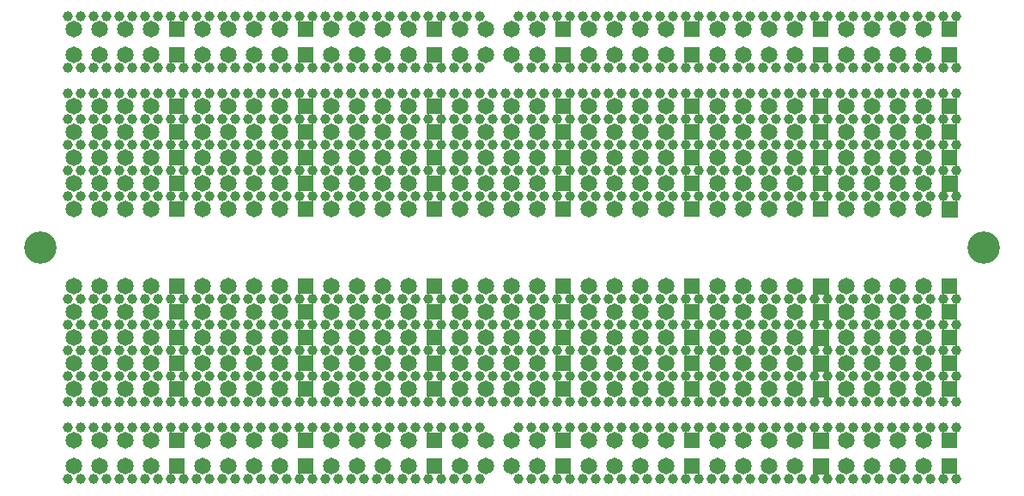
<source format=gts>
%FSLAX34Y34*%
G04 Gerber Fmt 3.4, Leading zero omitted, Abs format*
G04 (created by PCBNEW (2014-06-11 BZR 4938)-product) date Thu 12 Jun 2014 09:05:45 AM CEST*
%MOIN*%
G01*
G70*
G90*
G04 APERTURE LIST*
%ADD10C,0.005906*%
%ADD11C,0.039370*%
%ADD12C,0.064961*%
%ADD13R,0.064961X0.064961*%
%ADD14C,0.125984*%
G04 APERTURE END LIST*
G54D10*
G54D11*
X26500Y-44000D03*
X28000Y-44000D03*
X28500Y-44000D03*
X29000Y-44000D03*
X29500Y-44000D03*
X30000Y-44000D03*
X26500Y-42000D03*
X28000Y-42000D03*
X28500Y-42000D03*
X29000Y-42000D03*
X29500Y-42000D03*
X30000Y-42000D03*
X26500Y-28000D03*
X28000Y-28000D03*
X28500Y-28000D03*
X29000Y-28000D03*
X29500Y-28000D03*
X30000Y-28000D03*
X26500Y-26000D03*
X28000Y-26000D03*
X28500Y-26000D03*
X29000Y-26000D03*
X29500Y-26000D03*
X30000Y-26000D03*
G54D12*
X10750Y-33500D03*
X11750Y-33500D03*
X12750Y-33500D03*
X13750Y-33500D03*
G54D13*
X14750Y-33500D03*
G54D12*
X15750Y-33500D03*
X16750Y-33500D03*
X17750Y-33500D03*
G54D14*
X46062Y-35000D03*
X9448Y-35000D03*
G54D11*
X26500Y-32000D03*
X27000Y-32000D03*
X27500Y-32000D03*
X28000Y-32000D03*
X28500Y-32000D03*
X29000Y-32000D03*
X29500Y-32000D03*
X30000Y-32000D03*
G54D13*
X34750Y-38500D03*
G54D12*
X35750Y-38500D03*
X36750Y-38500D03*
X37750Y-38500D03*
X38750Y-38500D03*
G54D10*
G36*
X39425Y-38824D02*
X39425Y-38175D01*
X40074Y-38175D01*
X40074Y-38824D01*
X39425Y-38824D01*
X39425Y-38824D01*
G37*
G54D12*
X40750Y-38500D03*
X41750Y-38500D03*
X26750Y-38500D03*
X27750Y-38500D03*
X28750Y-38500D03*
G54D13*
X29750Y-38500D03*
G54D12*
X30750Y-38500D03*
X31750Y-38500D03*
X32750Y-38500D03*
X33750Y-38500D03*
X10750Y-40500D03*
X11750Y-40500D03*
X12750Y-40500D03*
X13750Y-40500D03*
G54D13*
X14750Y-40500D03*
G54D12*
X15750Y-40500D03*
X16750Y-40500D03*
X17750Y-40500D03*
G54D13*
X34750Y-31500D03*
G54D12*
X35750Y-31500D03*
X36750Y-31500D03*
X37750Y-31500D03*
X38750Y-31500D03*
G54D13*
X39750Y-31500D03*
G54D12*
X40750Y-31500D03*
X41750Y-31500D03*
X26750Y-30500D03*
X27750Y-30500D03*
X28750Y-30500D03*
G54D13*
X29750Y-30500D03*
G54D12*
X30750Y-30500D03*
X31750Y-30500D03*
X32750Y-30500D03*
X33750Y-30500D03*
X18750Y-30500D03*
G54D13*
X19750Y-30500D03*
G54D12*
X20750Y-30500D03*
X21750Y-30500D03*
X22750Y-30500D03*
X23750Y-30500D03*
G54D13*
X24750Y-30500D03*
G54D12*
X25750Y-30500D03*
X42750Y-32500D03*
X43750Y-32500D03*
G54D10*
G36*
X44425Y-32824D02*
X44425Y-32175D01*
X45074Y-32175D01*
X45074Y-32824D01*
X44425Y-32824D01*
X44425Y-32824D01*
G37*
G54D12*
X42750Y-31500D03*
X43750Y-31500D03*
G54D13*
X44750Y-31500D03*
G54D12*
X42750Y-30500D03*
X43750Y-30500D03*
G54D13*
X44750Y-30500D03*
G54D12*
X42750Y-29500D03*
X43750Y-29500D03*
G54D13*
X44750Y-29500D03*
G54D12*
X42750Y-27500D03*
X43750Y-27500D03*
G54D13*
X44750Y-27500D03*
G54D12*
X42750Y-26500D03*
X43750Y-26500D03*
G54D13*
X44750Y-26500D03*
G54D12*
X42750Y-33500D03*
X43750Y-33500D03*
G54D10*
G36*
X44425Y-33824D02*
X44425Y-33175D01*
X45074Y-33175D01*
X45074Y-33824D01*
X44425Y-33824D01*
X44425Y-33824D01*
G37*
G54D12*
X42750Y-40500D03*
X43750Y-40500D03*
G54D13*
X44750Y-40500D03*
G54D12*
X42750Y-39500D03*
X43750Y-39500D03*
G54D13*
X44750Y-39500D03*
G54D12*
X42750Y-38500D03*
X43750Y-38500D03*
G54D13*
X44750Y-38500D03*
G54D12*
X42750Y-37500D03*
X43750Y-37500D03*
G54D13*
X44750Y-37500D03*
G54D12*
X42750Y-36500D03*
X43750Y-36500D03*
G54D13*
X44750Y-36500D03*
G54D12*
X42750Y-43500D03*
X43750Y-43500D03*
G54D13*
X44750Y-43500D03*
G54D12*
X42750Y-42500D03*
X43750Y-42500D03*
G54D13*
X44750Y-42500D03*
G54D11*
X42500Y-26000D03*
X43000Y-26000D03*
X43500Y-26000D03*
X44000Y-26000D03*
X44500Y-26000D03*
X45000Y-26000D03*
X42500Y-28000D03*
X43000Y-28000D03*
X43500Y-28000D03*
X44000Y-28000D03*
X44500Y-28000D03*
X45000Y-28000D03*
X42500Y-29000D03*
X43000Y-29000D03*
X43500Y-29000D03*
X44000Y-29000D03*
X44500Y-29000D03*
X45000Y-29000D03*
X42500Y-30000D03*
X43000Y-30000D03*
X43500Y-30000D03*
X44000Y-30000D03*
X44500Y-30000D03*
X45000Y-30000D03*
X42500Y-31000D03*
X43000Y-31000D03*
X43500Y-31000D03*
X44000Y-31000D03*
X44500Y-31000D03*
X45000Y-31000D03*
X42500Y-32000D03*
X43000Y-32000D03*
X43500Y-32000D03*
X44000Y-32000D03*
X44500Y-32000D03*
X45000Y-32000D03*
X42500Y-33000D03*
X43000Y-33000D03*
X43500Y-33000D03*
X44000Y-33000D03*
X44500Y-33000D03*
X45000Y-33000D03*
X42500Y-44000D03*
X43000Y-44000D03*
X43500Y-44000D03*
X44000Y-44000D03*
X44500Y-44000D03*
X45000Y-44000D03*
X42500Y-42000D03*
X43000Y-42000D03*
X43500Y-42000D03*
X44000Y-42000D03*
X44500Y-42000D03*
X45000Y-42000D03*
X42500Y-41000D03*
X43000Y-41000D03*
X43500Y-41000D03*
X44000Y-41000D03*
X44500Y-41000D03*
X45000Y-41000D03*
X42500Y-40000D03*
X43000Y-40000D03*
X43500Y-40000D03*
X44000Y-40000D03*
X44500Y-40000D03*
X45000Y-40000D03*
X42500Y-39000D03*
X43000Y-39000D03*
X43500Y-39000D03*
X44000Y-39000D03*
X44500Y-39000D03*
X45000Y-39000D03*
X42500Y-38000D03*
X43000Y-38000D03*
X43500Y-38000D03*
X44000Y-38000D03*
X44500Y-38000D03*
X45000Y-38000D03*
X42500Y-37000D03*
X43000Y-37000D03*
X43500Y-37000D03*
X44000Y-37000D03*
X44500Y-37000D03*
X45000Y-37000D03*
X30500Y-29000D03*
X31000Y-29000D03*
X31500Y-29000D03*
X32000Y-29000D03*
X32500Y-29000D03*
X33000Y-29000D03*
X33500Y-29000D03*
X34000Y-29000D03*
G54D12*
X26750Y-33500D03*
X27750Y-33500D03*
X28750Y-33500D03*
G54D13*
X29750Y-33500D03*
G54D12*
X30750Y-33500D03*
X31750Y-33500D03*
X32750Y-33500D03*
X33750Y-33500D03*
X26750Y-29500D03*
X27750Y-29500D03*
X28750Y-29500D03*
G54D13*
X29750Y-29500D03*
G54D12*
X30750Y-29500D03*
X31750Y-29500D03*
X32750Y-29500D03*
X33750Y-29500D03*
X26750Y-31500D03*
X27750Y-31500D03*
X28750Y-31500D03*
G54D13*
X29750Y-31500D03*
G54D12*
X30750Y-31500D03*
X31750Y-31500D03*
X32750Y-31500D03*
X33750Y-31500D03*
X26750Y-32500D03*
X27750Y-32500D03*
X28750Y-32500D03*
G54D13*
X29750Y-32500D03*
G54D12*
X30750Y-32500D03*
X31750Y-32500D03*
X32750Y-32500D03*
X33750Y-32500D03*
X26750Y-36500D03*
X27750Y-36500D03*
X28750Y-36500D03*
G54D13*
X29750Y-36500D03*
G54D12*
X30750Y-36500D03*
X31750Y-36500D03*
X32750Y-36500D03*
X33750Y-36500D03*
X26750Y-40500D03*
X27750Y-40500D03*
X28750Y-40500D03*
G54D13*
X29750Y-40500D03*
G54D12*
X30750Y-40500D03*
X31750Y-40500D03*
X32750Y-40500D03*
X33750Y-40500D03*
X26750Y-39500D03*
X27750Y-39500D03*
X28750Y-39500D03*
G54D13*
X29750Y-39500D03*
G54D12*
X30750Y-39500D03*
X31750Y-39500D03*
X32750Y-39500D03*
X33750Y-39500D03*
X26750Y-37500D03*
X27750Y-37500D03*
X28750Y-37500D03*
G54D13*
X29750Y-37500D03*
G54D12*
X30750Y-37500D03*
X31750Y-37500D03*
X32750Y-37500D03*
X33750Y-37500D03*
G54D11*
X26500Y-29000D03*
X27000Y-29000D03*
X27500Y-29000D03*
X28000Y-29000D03*
X28500Y-29000D03*
X29000Y-29000D03*
X29500Y-29000D03*
X30000Y-29000D03*
X26500Y-30000D03*
X27000Y-30000D03*
X27500Y-30000D03*
X28000Y-30000D03*
X28500Y-30000D03*
X29000Y-30000D03*
X29500Y-30000D03*
X30000Y-30000D03*
X26500Y-31000D03*
X27000Y-31000D03*
X27500Y-31000D03*
X28000Y-31000D03*
X28500Y-31000D03*
X29000Y-31000D03*
X29500Y-31000D03*
X30000Y-31000D03*
X26500Y-33000D03*
X27000Y-33000D03*
X27500Y-33000D03*
X28000Y-33000D03*
X28500Y-33000D03*
X29000Y-33000D03*
X29500Y-33000D03*
X30000Y-33000D03*
X26500Y-37000D03*
X27000Y-37000D03*
X27500Y-37000D03*
X28000Y-37000D03*
X28500Y-37000D03*
X29000Y-37000D03*
X29500Y-37000D03*
X30000Y-37000D03*
X26500Y-38000D03*
X27000Y-38000D03*
X27500Y-38000D03*
X28000Y-38000D03*
X28500Y-38000D03*
X29000Y-38000D03*
X29500Y-38000D03*
X30000Y-38000D03*
X26500Y-39000D03*
X27000Y-39000D03*
X27500Y-39000D03*
X28000Y-39000D03*
X28500Y-39000D03*
X29000Y-39000D03*
X29500Y-39000D03*
X30000Y-39000D03*
X26500Y-40000D03*
X27000Y-40000D03*
X27500Y-40000D03*
X28000Y-40000D03*
X28500Y-40000D03*
X29000Y-40000D03*
X29500Y-40000D03*
X30000Y-40000D03*
X26500Y-41000D03*
X27000Y-41000D03*
X27500Y-41000D03*
X28000Y-41000D03*
X28500Y-41000D03*
X29000Y-41000D03*
X29500Y-41000D03*
X30000Y-41000D03*
X30500Y-30000D03*
X31000Y-30000D03*
X31500Y-30000D03*
X32000Y-30000D03*
X32500Y-30000D03*
X33000Y-30000D03*
X33500Y-30000D03*
X34000Y-30000D03*
X30500Y-31000D03*
X31000Y-31000D03*
X31500Y-31000D03*
X32000Y-31000D03*
X32500Y-31000D03*
X33000Y-31000D03*
X33500Y-31000D03*
X34000Y-31000D03*
X30500Y-32000D03*
X31000Y-32000D03*
X31500Y-32000D03*
X32000Y-32000D03*
X32500Y-32000D03*
X33000Y-32000D03*
X33500Y-32000D03*
X34000Y-32000D03*
X30500Y-33000D03*
X31000Y-33000D03*
X31500Y-33000D03*
X32000Y-33000D03*
X32500Y-33000D03*
X33000Y-33000D03*
X33500Y-33000D03*
X34000Y-33000D03*
X30500Y-41000D03*
X31000Y-41000D03*
X31500Y-41000D03*
X32000Y-41000D03*
X32500Y-41000D03*
X33000Y-41000D03*
X33500Y-41000D03*
X34000Y-41000D03*
X30500Y-40000D03*
X31000Y-40000D03*
X31500Y-40000D03*
X32000Y-40000D03*
X32500Y-40000D03*
X33000Y-40000D03*
X33500Y-40000D03*
X34000Y-40000D03*
X30500Y-39000D03*
X31000Y-39000D03*
X31500Y-39000D03*
X32000Y-39000D03*
X32500Y-39000D03*
X33000Y-39000D03*
X33500Y-39000D03*
X34000Y-39000D03*
X30500Y-38000D03*
X31000Y-38000D03*
X31500Y-38000D03*
X32000Y-38000D03*
X32500Y-38000D03*
X33000Y-38000D03*
X33500Y-38000D03*
X34000Y-38000D03*
X30500Y-37000D03*
X31000Y-37000D03*
X31500Y-37000D03*
X32000Y-37000D03*
X32500Y-37000D03*
X33000Y-37000D03*
X33500Y-37000D03*
X34000Y-37000D03*
X30500Y-42000D03*
X31000Y-42000D03*
X31500Y-42000D03*
X32000Y-42000D03*
X32500Y-42000D03*
X33000Y-42000D03*
X33500Y-42000D03*
X34000Y-42000D03*
G54D12*
X26750Y-42500D03*
X27750Y-42500D03*
X28750Y-42500D03*
G54D13*
X29750Y-42500D03*
G54D12*
X30750Y-42500D03*
X31750Y-42500D03*
X32750Y-42500D03*
X33750Y-42500D03*
X26750Y-43500D03*
X27750Y-43500D03*
X28750Y-43500D03*
G54D13*
X29750Y-43500D03*
G54D12*
X30750Y-43500D03*
X31750Y-43500D03*
X32750Y-43500D03*
X33750Y-43500D03*
G54D11*
X30500Y-44000D03*
X31000Y-44000D03*
X31500Y-44000D03*
X32000Y-44000D03*
X32500Y-44000D03*
X33000Y-44000D03*
X33500Y-44000D03*
X34000Y-44000D03*
X30500Y-28000D03*
X31000Y-28000D03*
X31500Y-28000D03*
X32000Y-28000D03*
X32500Y-28000D03*
X33000Y-28000D03*
X33500Y-28000D03*
X34000Y-28000D03*
G54D12*
X26750Y-27500D03*
X27750Y-27500D03*
X28750Y-27500D03*
G54D13*
X29750Y-27500D03*
G54D12*
X30750Y-27500D03*
X31750Y-27500D03*
X32750Y-27500D03*
X33750Y-27500D03*
X26750Y-26500D03*
X27750Y-26500D03*
X28750Y-26500D03*
G54D13*
X29750Y-26500D03*
G54D12*
X30750Y-26500D03*
X31750Y-26500D03*
X32750Y-26500D03*
X33750Y-26500D03*
G54D11*
X30500Y-26000D03*
X31000Y-26000D03*
X31500Y-26000D03*
X32000Y-26000D03*
X32500Y-26000D03*
X33000Y-26000D03*
X33500Y-26000D03*
X34000Y-26000D03*
X34500Y-26000D03*
X35000Y-26000D03*
X35500Y-26000D03*
X36000Y-26000D03*
X36500Y-26000D03*
X37000Y-26000D03*
X37500Y-26000D03*
X38000Y-26000D03*
X38500Y-26000D03*
X39000Y-26000D03*
X39500Y-26000D03*
X40000Y-26000D03*
X40500Y-26000D03*
X41000Y-26000D03*
X41500Y-26000D03*
X42000Y-26000D03*
G54D13*
X34750Y-26500D03*
G54D12*
X35750Y-26500D03*
X36750Y-26500D03*
X37750Y-26500D03*
X38750Y-26500D03*
G54D13*
X39750Y-26500D03*
G54D12*
X40750Y-26500D03*
X41750Y-26500D03*
G54D13*
X34750Y-27500D03*
G54D12*
X35750Y-27500D03*
X36750Y-27500D03*
X37750Y-27500D03*
X38750Y-27500D03*
G54D13*
X39750Y-27500D03*
G54D12*
X40750Y-27500D03*
X41750Y-27500D03*
G54D11*
X38500Y-28000D03*
X39000Y-28000D03*
X39500Y-28000D03*
X40000Y-28000D03*
X40500Y-28000D03*
X41000Y-28000D03*
X41500Y-28000D03*
X42000Y-28000D03*
X34500Y-28000D03*
X35000Y-28000D03*
X35500Y-28000D03*
X36000Y-28000D03*
X36500Y-28000D03*
X37000Y-28000D03*
X37500Y-28000D03*
X38000Y-28000D03*
X34500Y-44000D03*
X35000Y-44000D03*
X35500Y-44000D03*
X36000Y-44000D03*
X36500Y-44000D03*
X37000Y-44000D03*
X37500Y-44000D03*
X38000Y-44000D03*
X38500Y-44000D03*
X39000Y-44000D03*
X39500Y-44000D03*
X40000Y-44000D03*
X40500Y-44000D03*
X41000Y-44000D03*
X41500Y-44000D03*
X42000Y-44000D03*
G54D13*
X34750Y-43500D03*
G54D12*
X35750Y-43500D03*
X36750Y-43500D03*
X37750Y-43500D03*
X38750Y-43500D03*
G54D10*
G36*
X39425Y-43824D02*
X39425Y-43175D01*
X40074Y-43175D01*
X40074Y-43824D01*
X39425Y-43824D01*
X39425Y-43824D01*
G37*
G54D12*
X40750Y-43500D03*
X41750Y-43500D03*
G54D13*
X34750Y-42500D03*
G54D12*
X35750Y-42500D03*
X36750Y-42500D03*
X37750Y-42500D03*
X38750Y-42500D03*
G54D10*
G36*
X39425Y-42824D02*
X39425Y-42175D01*
X40074Y-42175D01*
X40074Y-42824D01*
X39425Y-42824D01*
X39425Y-42824D01*
G37*
G54D12*
X40750Y-42500D03*
X41750Y-42500D03*
G54D11*
X38500Y-42000D03*
X39000Y-42000D03*
X39500Y-42000D03*
X40000Y-42000D03*
X40500Y-42000D03*
X41000Y-42000D03*
X41500Y-42000D03*
X42000Y-42000D03*
X34500Y-42000D03*
X35000Y-42000D03*
X35500Y-42000D03*
X36000Y-42000D03*
X36500Y-42000D03*
X37000Y-42000D03*
X37500Y-42000D03*
X38000Y-42000D03*
X38500Y-37000D03*
X39000Y-37000D03*
X39500Y-37000D03*
X40000Y-37000D03*
X40500Y-37000D03*
X41000Y-37000D03*
X41500Y-37000D03*
X42000Y-37000D03*
X38500Y-38000D03*
X39000Y-38000D03*
X39500Y-38000D03*
X40000Y-38000D03*
X40500Y-38000D03*
X41000Y-38000D03*
X41500Y-38000D03*
X42000Y-38000D03*
X38500Y-39000D03*
X39000Y-39000D03*
X39500Y-39000D03*
X40000Y-39000D03*
X40500Y-39000D03*
X41000Y-39000D03*
X41500Y-39000D03*
X42000Y-39000D03*
X38500Y-40000D03*
X39000Y-40000D03*
X39500Y-40000D03*
X40000Y-40000D03*
X40500Y-40000D03*
X41000Y-40000D03*
X41500Y-40000D03*
X42000Y-40000D03*
X38500Y-41000D03*
X39000Y-41000D03*
X39500Y-41000D03*
X40000Y-41000D03*
X40500Y-41000D03*
X41000Y-41000D03*
X41500Y-41000D03*
X42000Y-41000D03*
X38500Y-33000D03*
X39000Y-33000D03*
X39500Y-33000D03*
X40000Y-33000D03*
X40500Y-33000D03*
X41000Y-33000D03*
X41500Y-33000D03*
X42000Y-33000D03*
X38500Y-32000D03*
X39000Y-32000D03*
X39500Y-32000D03*
X40000Y-32000D03*
X40500Y-32000D03*
X41000Y-32000D03*
X41500Y-32000D03*
X42000Y-32000D03*
X38500Y-31000D03*
X39000Y-31000D03*
X39500Y-31000D03*
X40000Y-31000D03*
X40500Y-31000D03*
X41000Y-31000D03*
X41500Y-31000D03*
X42000Y-31000D03*
X38500Y-30000D03*
X39000Y-30000D03*
X39500Y-30000D03*
X40000Y-30000D03*
X40500Y-30000D03*
X41000Y-30000D03*
X41500Y-30000D03*
X42000Y-30000D03*
X34500Y-41000D03*
X35000Y-41000D03*
X35500Y-41000D03*
X36000Y-41000D03*
X36500Y-41000D03*
X37000Y-41000D03*
X37500Y-41000D03*
X38000Y-41000D03*
X34500Y-40000D03*
X35000Y-40000D03*
X35500Y-40000D03*
X36000Y-40000D03*
X36500Y-40000D03*
X37000Y-40000D03*
X37500Y-40000D03*
X38000Y-40000D03*
X34500Y-39000D03*
X35000Y-39000D03*
X35500Y-39000D03*
X36000Y-39000D03*
X36500Y-39000D03*
X37000Y-39000D03*
X37500Y-39000D03*
X38000Y-39000D03*
X34500Y-38000D03*
X35000Y-38000D03*
X35500Y-38000D03*
X36000Y-38000D03*
X36500Y-38000D03*
X37000Y-38000D03*
X37500Y-38000D03*
X38000Y-38000D03*
X34500Y-37000D03*
X35000Y-37000D03*
X35500Y-37000D03*
X36000Y-37000D03*
X36500Y-37000D03*
X37000Y-37000D03*
X37500Y-37000D03*
X38000Y-37000D03*
X34500Y-33000D03*
X35000Y-33000D03*
X35500Y-33000D03*
X36000Y-33000D03*
X36500Y-33000D03*
X37000Y-33000D03*
X37500Y-33000D03*
X38000Y-33000D03*
X34500Y-32000D03*
X35000Y-32000D03*
X35500Y-32000D03*
X36000Y-32000D03*
X36500Y-32000D03*
X37000Y-32000D03*
X37500Y-32000D03*
X38000Y-32000D03*
X34500Y-31000D03*
X35000Y-31000D03*
X35500Y-31000D03*
X36000Y-31000D03*
X36500Y-31000D03*
X37000Y-31000D03*
X37500Y-31000D03*
X38000Y-31000D03*
X34500Y-30000D03*
X35000Y-30000D03*
X35500Y-30000D03*
X36000Y-30000D03*
X36500Y-30000D03*
X37000Y-30000D03*
X37500Y-30000D03*
X38000Y-30000D03*
X34500Y-29000D03*
X35000Y-29000D03*
X35500Y-29000D03*
X36000Y-29000D03*
X36500Y-29000D03*
X37000Y-29000D03*
X37500Y-29000D03*
X38000Y-29000D03*
G54D13*
X34750Y-37500D03*
G54D12*
X35750Y-37500D03*
X36750Y-37500D03*
X37750Y-37500D03*
X38750Y-37500D03*
G54D10*
G36*
X39425Y-37824D02*
X39425Y-37175D01*
X40074Y-37175D01*
X40074Y-37824D01*
X39425Y-37824D01*
X39425Y-37824D01*
G37*
G54D12*
X40750Y-37500D03*
X41750Y-37500D03*
G54D13*
X34750Y-39500D03*
G54D12*
X35750Y-39500D03*
X36750Y-39500D03*
X37750Y-39500D03*
X38750Y-39500D03*
G54D10*
G36*
X39425Y-39824D02*
X39425Y-39175D01*
X40074Y-39175D01*
X40074Y-39824D01*
X39425Y-39824D01*
X39425Y-39824D01*
G37*
G54D12*
X40750Y-39500D03*
X41750Y-39500D03*
G54D13*
X34750Y-40500D03*
G54D12*
X35750Y-40500D03*
X36750Y-40500D03*
X37750Y-40500D03*
X38750Y-40500D03*
G54D10*
G36*
X39425Y-40824D02*
X39425Y-40175D01*
X40074Y-40175D01*
X40074Y-40824D01*
X39425Y-40824D01*
X39425Y-40824D01*
G37*
G54D12*
X40750Y-40500D03*
X41750Y-40500D03*
G54D13*
X34750Y-36500D03*
G54D12*
X35750Y-36500D03*
X36750Y-36500D03*
X37750Y-36500D03*
X38750Y-36500D03*
G54D10*
G36*
X39425Y-36824D02*
X39425Y-36175D01*
X40074Y-36175D01*
X40074Y-36824D01*
X39425Y-36824D01*
X39425Y-36824D01*
G37*
G54D12*
X40750Y-36500D03*
X41750Y-36500D03*
G54D13*
X34750Y-32500D03*
G54D12*
X35750Y-32500D03*
X36750Y-32500D03*
X37750Y-32500D03*
X38750Y-32500D03*
G54D13*
X39750Y-32500D03*
G54D12*
X40750Y-32500D03*
X41750Y-32500D03*
G54D13*
X34750Y-30500D03*
G54D12*
X35750Y-30500D03*
X36750Y-30500D03*
X37750Y-30500D03*
X38750Y-30500D03*
G54D13*
X39750Y-30500D03*
G54D12*
X40750Y-30500D03*
X41750Y-30500D03*
G54D13*
X34750Y-29500D03*
G54D12*
X35750Y-29500D03*
X36750Y-29500D03*
X37750Y-29500D03*
X38750Y-29500D03*
G54D13*
X39750Y-29500D03*
G54D12*
X40750Y-29500D03*
X41750Y-29500D03*
G54D13*
X34750Y-33500D03*
G54D12*
X35750Y-33500D03*
X36750Y-33500D03*
X37750Y-33500D03*
X38750Y-33500D03*
G54D13*
X39750Y-33500D03*
G54D12*
X40750Y-33500D03*
X41750Y-33500D03*
G54D11*
X38500Y-29000D03*
X39000Y-29000D03*
X39500Y-29000D03*
X40000Y-29000D03*
X40500Y-29000D03*
X41000Y-29000D03*
X41500Y-29000D03*
X42000Y-29000D03*
X22500Y-29000D03*
X23000Y-29000D03*
X23500Y-29000D03*
X24000Y-29000D03*
X24500Y-29000D03*
X25000Y-29000D03*
X25500Y-29000D03*
X26000Y-29000D03*
G54D12*
X18750Y-33500D03*
G54D13*
X19750Y-33500D03*
G54D12*
X20750Y-33500D03*
X21750Y-33500D03*
X22750Y-33500D03*
X23750Y-33500D03*
G54D13*
X24750Y-33500D03*
G54D12*
X25750Y-33500D03*
X18750Y-29500D03*
G54D13*
X19750Y-29500D03*
G54D12*
X20750Y-29500D03*
X21750Y-29500D03*
X22750Y-29500D03*
X23750Y-29500D03*
G54D13*
X24750Y-29500D03*
G54D12*
X25750Y-29500D03*
X18750Y-31500D03*
G54D13*
X19750Y-31500D03*
G54D12*
X20750Y-31500D03*
X21750Y-31500D03*
X22750Y-31500D03*
X23750Y-31500D03*
G54D13*
X24750Y-31500D03*
G54D12*
X25750Y-31500D03*
X18750Y-32500D03*
G54D13*
X19750Y-32500D03*
G54D12*
X20750Y-32500D03*
X21750Y-32500D03*
X22750Y-32500D03*
X23750Y-32500D03*
G54D13*
X24750Y-32500D03*
G54D12*
X25750Y-32500D03*
X18750Y-36500D03*
G54D13*
X19750Y-36500D03*
G54D12*
X20750Y-36500D03*
X21750Y-36500D03*
X22750Y-36500D03*
X23750Y-36500D03*
G54D13*
X24750Y-36500D03*
G54D12*
X25750Y-36500D03*
X18750Y-40500D03*
G54D13*
X19750Y-40500D03*
G54D12*
X20750Y-40500D03*
X21750Y-40500D03*
X22750Y-40500D03*
X23750Y-40500D03*
G54D13*
X24750Y-40500D03*
G54D12*
X25750Y-40500D03*
X18750Y-39500D03*
G54D13*
X19750Y-39500D03*
G54D12*
X20750Y-39500D03*
X21750Y-39500D03*
X22750Y-39500D03*
X23750Y-39500D03*
G54D13*
X24750Y-39500D03*
G54D12*
X25750Y-39500D03*
X18750Y-38500D03*
G54D13*
X19750Y-38500D03*
G54D12*
X20750Y-38500D03*
X21750Y-38500D03*
X22750Y-38500D03*
X23750Y-38500D03*
G54D13*
X24750Y-38500D03*
G54D12*
X25750Y-38500D03*
X18750Y-37500D03*
G54D13*
X19750Y-37500D03*
G54D12*
X20750Y-37500D03*
X21750Y-37500D03*
X22750Y-37500D03*
X23750Y-37500D03*
G54D13*
X24750Y-37500D03*
G54D12*
X25750Y-37500D03*
G54D11*
X18500Y-29000D03*
X19000Y-29000D03*
X19500Y-29000D03*
X20000Y-29000D03*
X20500Y-29000D03*
X21000Y-29000D03*
X21500Y-29000D03*
X22000Y-29000D03*
X18500Y-30000D03*
X19000Y-30000D03*
X19500Y-30000D03*
X20000Y-30000D03*
X20500Y-30000D03*
X21000Y-30000D03*
X21500Y-30000D03*
X22000Y-30000D03*
X18500Y-31000D03*
X19000Y-31000D03*
X19500Y-31000D03*
X20000Y-31000D03*
X20500Y-31000D03*
X21000Y-31000D03*
X21500Y-31000D03*
X22000Y-31000D03*
X18500Y-32000D03*
X19000Y-32000D03*
X19500Y-32000D03*
X20000Y-32000D03*
X20500Y-32000D03*
X21000Y-32000D03*
X21500Y-32000D03*
X22000Y-32000D03*
X18500Y-33000D03*
X19000Y-33000D03*
X19500Y-33000D03*
X20000Y-33000D03*
X20500Y-33000D03*
X21000Y-33000D03*
X21500Y-33000D03*
X22000Y-33000D03*
X18500Y-37000D03*
X19000Y-37000D03*
X19500Y-37000D03*
X20000Y-37000D03*
X20500Y-37000D03*
X21000Y-37000D03*
X21500Y-37000D03*
X22000Y-37000D03*
X18500Y-38000D03*
X19000Y-38000D03*
X19500Y-38000D03*
X20000Y-38000D03*
X20500Y-38000D03*
X21000Y-38000D03*
X21500Y-38000D03*
X22000Y-38000D03*
X18500Y-39000D03*
X19000Y-39000D03*
X19500Y-39000D03*
X20000Y-39000D03*
X20500Y-39000D03*
X21000Y-39000D03*
X21500Y-39000D03*
X22000Y-39000D03*
X18500Y-40000D03*
X19000Y-40000D03*
X19500Y-40000D03*
X20000Y-40000D03*
X20500Y-40000D03*
X21000Y-40000D03*
X21500Y-40000D03*
X22000Y-40000D03*
X18500Y-41000D03*
X19000Y-41000D03*
X19500Y-41000D03*
X20000Y-41000D03*
X20500Y-41000D03*
X21000Y-41000D03*
X21500Y-41000D03*
X22000Y-41000D03*
X22500Y-30000D03*
X23000Y-30000D03*
X23500Y-30000D03*
X24000Y-30000D03*
X24500Y-30000D03*
X25000Y-30000D03*
X25500Y-30000D03*
X26000Y-30000D03*
X22500Y-31000D03*
X23000Y-31000D03*
X23500Y-31000D03*
X24000Y-31000D03*
X24500Y-31000D03*
X25000Y-31000D03*
X25500Y-31000D03*
X26000Y-31000D03*
X22500Y-32000D03*
X23000Y-32000D03*
X23500Y-32000D03*
X24000Y-32000D03*
X24500Y-32000D03*
X25000Y-32000D03*
X25500Y-32000D03*
X26000Y-32000D03*
X22500Y-33000D03*
X23000Y-33000D03*
X23500Y-33000D03*
X24000Y-33000D03*
X24500Y-33000D03*
X25000Y-33000D03*
X25500Y-33000D03*
X26000Y-33000D03*
X22500Y-41000D03*
X23000Y-41000D03*
X23500Y-41000D03*
X24000Y-41000D03*
X24500Y-41000D03*
X25000Y-41000D03*
X25500Y-41000D03*
X26000Y-41000D03*
X22500Y-40000D03*
X23000Y-40000D03*
X23500Y-40000D03*
X24000Y-40000D03*
X24500Y-40000D03*
X25000Y-40000D03*
X25500Y-40000D03*
X26000Y-40000D03*
X22500Y-39000D03*
X23000Y-39000D03*
X23500Y-39000D03*
X24000Y-39000D03*
X24500Y-39000D03*
X25000Y-39000D03*
X25500Y-39000D03*
X26000Y-39000D03*
X22500Y-38000D03*
X23000Y-38000D03*
X23500Y-38000D03*
X24000Y-38000D03*
X24500Y-38000D03*
X25000Y-38000D03*
X25500Y-38000D03*
X26000Y-38000D03*
X22500Y-37000D03*
X23000Y-37000D03*
X23500Y-37000D03*
X24000Y-37000D03*
X24500Y-37000D03*
X25000Y-37000D03*
X25500Y-37000D03*
X26000Y-37000D03*
X18500Y-42000D03*
X19000Y-42000D03*
X19500Y-42000D03*
X20000Y-42000D03*
X20500Y-42000D03*
X21000Y-42000D03*
X21500Y-42000D03*
X22000Y-42000D03*
X22500Y-42000D03*
X23000Y-42000D03*
X23500Y-42000D03*
X24000Y-42000D03*
X24500Y-42000D03*
X25000Y-42000D03*
X25500Y-42000D03*
X26000Y-42000D03*
G54D12*
X18750Y-42500D03*
G54D13*
X19750Y-42500D03*
G54D12*
X20750Y-42500D03*
X21750Y-42500D03*
X22750Y-42500D03*
X23750Y-42500D03*
G54D13*
X24750Y-42500D03*
G54D12*
X25750Y-42500D03*
X18750Y-43500D03*
G54D13*
X19750Y-43500D03*
G54D12*
X20750Y-43500D03*
X21750Y-43500D03*
X22750Y-43500D03*
X23750Y-43500D03*
G54D13*
X24750Y-43500D03*
G54D12*
X25750Y-43500D03*
G54D11*
X22500Y-44000D03*
X23000Y-44000D03*
X23500Y-44000D03*
X24000Y-44000D03*
X24500Y-44000D03*
X25000Y-44000D03*
X25500Y-44000D03*
X26000Y-44000D03*
X18500Y-44000D03*
X19000Y-44000D03*
X19500Y-44000D03*
X20000Y-44000D03*
X20500Y-44000D03*
X21000Y-44000D03*
X21500Y-44000D03*
X22000Y-44000D03*
X18500Y-28000D03*
X19000Y-28000D03*
X19500Y-28000D03*
X20000Y-28000D03*
X20500Y-28000D03*
X21000Y-28000D03*
X21500Y-28000D03*
X22000Y-28000D03*
X22500Y-28000D03*
X23000Y-28000D03*
X23500Y-28000D03*
X24000Y-28000D03*
X24500Y-28000D03*
X25000Y-28000D03*
X25500Y-28000D03*
X26000Y-28000D03*
G54D12*
X18750Y-27500D03*
G54D13*
X19750Y-27500D03*
G54D12*
X20750Y-27500D03*
X21750Y-27500D03*
X22750Y-27500D03*
X23750Y-27500D03*
G54D13*
X24750Y-27500D03*
G54D12*
X25750Y-27500D03*
X18750Y-26500D03*
G54D13*
X19750Y-26500D03*
G54D12*
X20750Y-26500D03*
X21750Y-26500D03*
X22750Y-26500D03*
X23750Y-26500D03*
G54D13*
X24750Y-26500D03*
G54D12*
X25750Y-26500D03*
G54D11*
X22500Y-26000D03*
X23000Y-26000D03*
X23500Y-26000D03*
X24000Y-26000D03*
X24500Y-26000D03*
X25000Y-26000D03*
X25500Y-26000D03*
X26000Y-26000D03*
X18500Y-26000D03*
X19000Y-26000D03*
X19500Y-26000D03*
X20000Y-26000D03*
X20500Y-26000D03*
X21000Y-26000D03*
X21500Y-26000D03*
X22000Y-26000D03*
X10500Y-26000D03*
X11000Y-26000D03*
X11500Y-26000D03*
X12000Y-26000D03*
X12500Y-26000D03*
X13000Y-26000D03*
X13500Y-26000D03*
X14000Y-26000D03*
X14500Y-26000D03*
X15000Y-26000D03*
X15500Y-26000D03*
X16000Y-26000D03*
X16500Y-26000D03*
X17000Y-26000D03*
X17500Y-26000D03*
X18000Y-26000D03*
G54D12*
X10750Y-26500D03*
X11750Y-26500D03*
X12750Y-26500D03*
X13750Y-26500D03*
G54D13*
X14750Y-26500D03*
G54D12*
X15750Y-26500D03*
X16750Y-26500D03*
X17750Y-26500D03*
X10750Y-27500D03*
X11750Y-27500D03*
X12750Y-27500D03*
X13750Y-27500D03*
G54D13*
X14750Y-27500D03*
G54D12*
X15750Y-27500D03*
X16750Y-27500D03*
X17750Y-27500D03*
G54D11*
X14500Y-28000D03*
X15000Y-28000D03*
X15500Y-28000D03*
X16000Y-28000D03*
X16500Y-28000D03*
X17000Y-28000D03*
X17500Y-28000D03*
X18000Y-28000D03*
X10500Y-28000D03*
X11000Y-28000D03*
X11500Y-28000D03*
X12000Y-28000D03*
X12500Y-28000D03*
X13000Y-28000D03*
X13500Y-28000D03*
X14000Y-28000D03*
X10500Y-44000D03*
X11000Y-44000D03*
X11500Y-44000D03*
X12000Y-44000D03*
X12500Y-44000D03*
X13000Y-44000D03*
X13500Y-44000D03*
X14000Y-44000D03*
X14500Y-44000D03*
X15000Y-44000D03*
X15500Y-44000D03*
X16000Y-44000D03*
X16500Y-44000D03*
X17000Y-44000D03*
X17500Y-44000D03*
X18000Y-44000D03*
G54D12*
X10750Y-43500D03*
X11750Y-43500D03*
X12750Y-43500D03*
X13750Y-43500D03*
G54D13*
X14750Y-43500D03*
G54D12*
X15750Y-43500D03*
X16750Y-43500D03*
X17750Y-43500D03*
X10750Y-42500D03*
X11750Y-42500D03*
X12750Y-42500D03*
X13750Y-42500D03*
G54D13*
X14750Y-42500D03*
G54D12*
X15750Y-42500D03*
X16750Y-42500D03*
X17750Y-42500D03*
G54D11*
X14500Y-42000D03*
X15000Y-42000D03*
X15500Y-42000D03*
X16000Y-42000D03*
X16500Y-42000D03*
X17000Y-42000D03*
X17500Y-42000D03*
X18000Y-42000D03*
X10500Y-42000D03*
X11000Y-42000D03*
X11500Y-42000D03*
X12000Y-42000D03*
X12500Y-42000D03*
X13000Y-42000D03*
X13500Y-42000D03*
X14000Y-42000D03*
X14500Y-37000D03*
X15000Y-37000D03*
X15500Y-37000D03*
X16000Y-37000D03*
X16500Y-37000D03*
X17000Y-37000D03*
X17500Y-37000D03*
X18000Y-37000D03*
X14500Y-38000D03*
X15000Y-38000D03*
X15500Y-38000D03*
X16000Y-38000D03*
X16500Y-38000D03*
X17000Y-38000D03*
X17500Y-38000D03*
X18000Y-38000D03*
X14500Y-39000D03*
X15000Y-39000D03*
X15500Y-39000D03*
X16000Y-39000D03*
X16500Y-39000D03*
X17000Y-39000D03*
X17500Y-39000D03*
X18000Y-39000D03*
X14500Y-40000D03*
X15000Y-40000D03*
X15500Y-40000D03*
X16000Y-40000D03*
X16500Y-40000D03*
X17000Y-40000D03*
X17500Y-40000D03*
X18000Y-40000D03*
X14500Y-41000D03*
X15000Y-41000D03*
X15500Y-41000D03*
X16000Y-41000D03*
X16500Y-41000D03*
X17000Y-41000D03*
X17500Y-41000D03*
X18000Y-41000D03*
X14500Y-33000D03*
X15000Y-33000D03*
X15500Y-33000D03*
X16000Y-33000D03*
X16500Y-33000D03*
X17000Y-33000D03*
X17500Y-33000D03*
X18000Y-33000D03*
X14500Y-32000D03*
X15000Y-32000D03*
X15500Y-32000D03*
X16000Y-32000D03*
X16500Y-32000D03*
X17000Y-32000D03*
X17500Y-32000D03*
X18000Y-32000D03*
X14500Y-31000D03*
X15000Y-31000D03*
X15500Y-31000D03*
X16000Y-31000D03*
X16500Y-31000D03*
X17000Y-31000D03*
X17500Y-31000D03*
X18000Y-31000D03*
X14500Y-30000D03*
X15000Y-30000D03*
X15500Y-30000D03*
X16000Y-30000D03*
X16500Y-30000D03*
X17000Y-30000D03*
X17500Y-30000D03*
X18000Y-30000D03*
X10500Y-41000D03*
X11000Y-41000D03*
X11500Y-41000D03*
X12000Y-41000D03*
X12500Y-41000D03*
X13000Y-41000D03*
X13500Y-41000D03*
X14000Y-41000D03*
X10500Y-40000D03*
X11000Y-40000D03*
X11500Y-40000D03*
X12000Y-40000D03*
X12500Y-40000D03*
X13000Y-40000D03*
X13500Y-40000D03*
X14000Y-40000D03*
X10500Y-39000D03*
X11000Y-39000D03*
X11500Y-39000D03*
X12000Y-39000D03*
X12500Y-39000D03*
X13000Y-39000D03*
X13500Y-39000D03*
X14000Y-39000D03*
X10500Y-38000D03*
X11000Y-38000D03*
X11500Y-38000D03*
X12000Y-38000D03*
X12500Y-38000D03*
X13000Y-38000D03*
X13500Y-38000D03*
X14000Y-38000D03*
X10500Y-37000D03*
X11000Y-37000D03*
X11500Y-37000D03*
X12000Y-37000D03*
X12500Y-37000D03*
X13000Y-37000D03*
X13500Y-37000D03*
X14000Y-37000D03*
X10500Y-33000D03*
X11000Y-33000D03*
X11500Y-33000D03*
X12000Y-33000D03*
X12500Y-33000D03*
X13000Y-33000D03*
X13500Y-33000D03*
X14000Y-33000D03*
X10500Y-32000D03*
X11000Y-32000D03*
X11500Y-32000D03*
X12000Y-32000D03*
X12500Y-32000D03*
X13000Y-32000D03*
X13500Y-32000D03*
X14000Y-32000D03*
X10500Y-31000D03*
X11000Y-31000D03*
X11500Y-31000D03*
X12000Y-31000D03*
X12500Y-31000D03*
X13000Y-31000D03*
X13500Y-31000D03*
X14000Y-31000D03*
X10500Y-30000D03*
X11000Y-30000D03*
X11500Y-30000D03*
X12000Y-30000D03*
X12500Y-30000D03*
X13000Y-30000D03*
X13500Y-30000D03*
X14000Y-30000D03*
X10500Y-29000D03*
X11000Y-29000D03*
X11500Y-29000D03*
X12000Y-29000D03*
X12500Y-29000D03*
X13000Y-29000D03*
X13500Y-29000D03*
X14000Y-29000D03*
G54D12*
X10750Y-37500D03*
X11750Y-37500D03*
X12750Y-37500D03*
X13750Y-37500D03*
G54D13*
X14750Y-37500D03*
G54D12*
X15750Y-37500D03*
X16750Y-37500D03*
X17750Y-37500D03*
X10750Y-38500D03*
X11750Y-38500D03*
X12750Y-38500D03*
X13750Y-38500D03*
G54D13*
X14750Y-38500D03*
G54D12*
X15750Y-38500D03*
X16750Y-38500D03*
X17750Y-38500D03*
X10750Y-39500D03*
X11750Y-39500D03*
X12750Y-39500D03*
X13750Y-39500D03*
G54D13*
X14750Y-39500D03*
G54D12*
X15750Y-39500D03*
X16750Y-39500D03*
X17750Y-39500D03*
X10750Y-36500D03*
X11750Y-36500D03*
X12750Y-36500D03*
X13750Y-36500D03*
G54D13*
X14750Y-36500D03*
G54D12*
X15750Y-36500D03*
X16750Y-36500D03*
X17750Y-36500D03*
X10750Y-32500D03*
X11750Y-32500D03*
X12750Y-32500D03*
X13750Y-32500D03*
G54D13*
X14750Y-32500D03*
G54D12*
X15750Y-32500D03*
X16750Y-32500D03*
X17750Y-32500D03*
X10750Y-31500D03*
X11750Y-31500D03*
X12750Y-31500D03*
X13750Y-31500D03*
G54D13*
X14750Y-31500D03*
G54D12*
X15750Y-31500D03*
X16750Y-31500D03*
X17750Y-31500D03*
X10750Y-30500D03*
X11750Y-30500D03*
X12750Y-30500D03*
X13750Y-30500D03*
G54D13*
X14750Y-30500D03*
G54D12*
X15750Y-30500D03*
X16750Y-30500D03*
X17750Y-30500D03*
X10750Y-29500D03*
X11750Y-29500D03*
X12750Y-29500D03*
X13750Y-29500D03*
G54D13*
X14750Y-29500D03*
G54D12*
X15750Y-29500D03*
X16750Y-29500D03*
X17750Y-29500D03*
G54D11*
X14500Y-29000D03*
X15000Y-29000D03*
X15500Y-29000D03*
X16000Y-29000D03*
X16500Y-29000D03*
X17000Y-29000D03*
X17500Y-29000D03*
X18000Y-29000D03*
M02*

</source>
